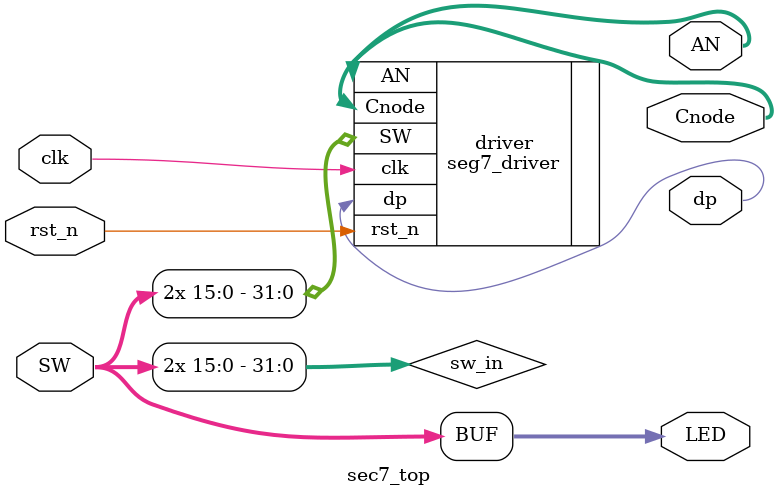
<source format=v>
`timescale 1ns / 1ps
module sec7_top(
input clk,
    input rst_n,
    input [15:0] SW,
    output wire [6:0] Cnode,
    output dp,
    output [7:0] AN,
    output wire[15:0] LED
);

wire [31:0]sw_in;
assign sw_in = {SW, SW}; 
assign LED = SW;

seg7_driver driver(
.clk(clk),
.rst_n(rst_n),
.SW(sw_in),
.Cnode(Cnode),
.dp(dp),
.AN(AN)
);
endmodule



</source>
